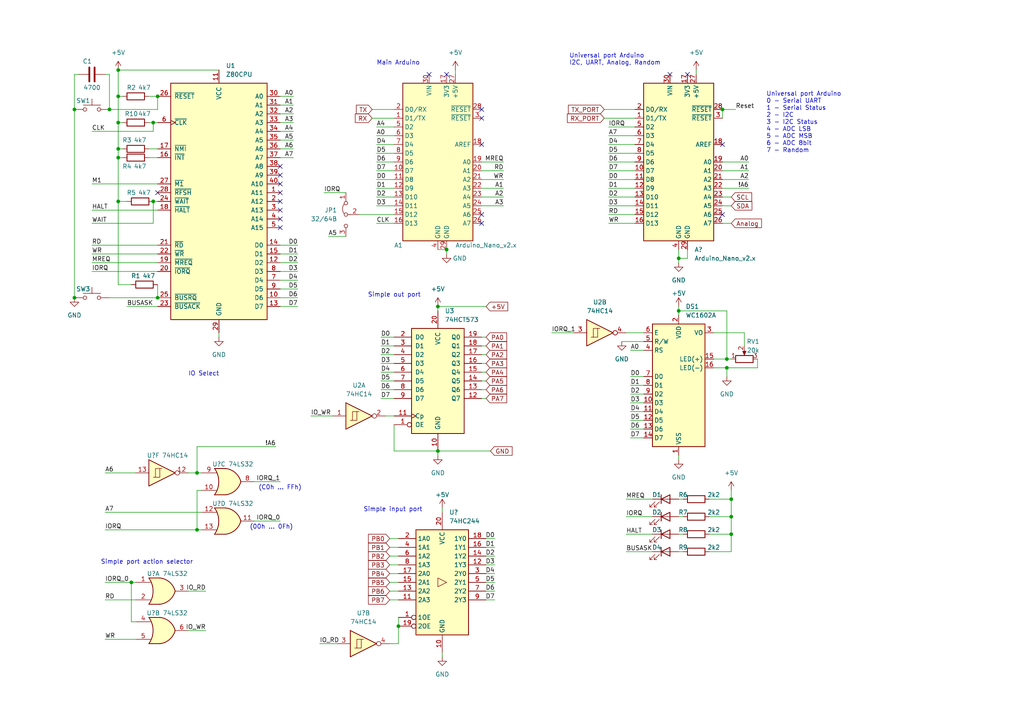
<source format=kicad_sch>
(kicad_sch (version 20211123) (generator eeschema)
  (paper "A4")
  (title_block (title "Z80 Arduino Minimal 32/64 B"))
  (lib_symbols
    (symbol "74xx:74HC14" (pin_names (offset 1.016))
      (property "Reference" "U" (at 0 1.27 0))
      (property "Value" "74HC14" (at 0 -1.27 0))
      (symbol "74HC14_1_0"
        (pin input line (at -7.62 0 0) (length 3.81) (name "~") (number "1"))
        (pin output inverted (at 7.62 0 180) (length 3.81) (name "~") (number "2"))
      )
      (symbol "74HC14_2_0"
        (pin input line (at -7.62 0 0) (length 3.81) (name "~") (number "3"))
        (pin output inverted (at 7.62 0 180) (length 3.81) (name "~") (number "4"))
      )
      (symbol "74HC14_3_0"
        (pin input line (at -7.62 0 0) (length 3.81) (name "~") (number "5"))
        (pin output inverted (at 7.62 0 180) (length 3.81) (name "~") (number "6"))
      )
      (symbol "74HC14_4_0"
        (pin output inverted (at 7.62 0 180) (length 3.81) (name "~") (number "8"))
        (pin input line (at -7.62 0 0) (length 3.81) (name "~") (number "9"))
      )
      (symbol "74HC14_5_0"
        (pin output inverted (at 7.62 0 180) (length 3.81) (name "~") (number "10"))
        (pin input line (at -7.62 0 0) (length 3.81) (name "~") (number "11"))
      )
      (symbol "74HC14_6_0"
        (pin output inverted (at 7.62 0 180) (length 3.81) (name "~") (number "12"))
        (pin input line (at -7.62 0 0) (length 3.81) (name "~") (number "13"))
      )
      (symbol "74HC14_7_0"
        (pin power_in line (at 0 12.7 270) (length 5.08) (name "VCC") (number "14"))
        (pin power_in line (at 0 -12.7 90) (length 5.08) (name "GND") (number "7"))
      )
    )
    (symbol "74xx:74HC244"
      (property "Reference" "U" (at -7.62 16.51 0))
      (property "Value" "74HC244" (at -7.62 -16.51 0))
      (symbol "74HC244_1_0"
        (pin input inverted (at -12.7 -10.16 0) (length 5.08) (name "1OE") (number "1"))
        (pin power_in line (at 0 -20.32 90) (length 5.08) (name "GND") (number "10"))
        (pin input line (at -12.7 -5.08 0) (length 5.08) (name "2A3") (number "11"))
        (pin tri_state line (at 12.7 5.08 180) (length 5.08) (name "1Y3") (number "12"))
        (pin input line (at -12.7 -2.54 0) (length 5.08) (name "2A2") (number "13"))
        (pin tri_state line (at 12.7 7.62 180) (length 5.08) (name "1Y2") (number "14"))
        (pin input line (at -12.7 0 0) (length 5.08) (name "2A1") (number "15"))
        (pin tri_state line (at 12.7 10.16 180) (length 5.08) (name "1Y1") (number "16"))
        (pin input line (at -12.7 2.54 0) (length 5.08) (name "2A0") (number "17"))
        (pin tri_state line (at 12.7 12.7 180) (length 5.08) (name "1Y0") (number "18"))
        (pin input inverted (at -12.7 -12.7 0) (length 5.08) (name "2OE") (number "19"))
        (pin input line (at -12.7 12.7 0) (length 5.08) (name "1A0") (number "2"))
        (pin power_in line (at 0 20.32 270) (length 5.08) (name "VCC") (number "20"))
        (pin tri_state line (at 12.7 2.54 180) (length 5.08) (name "2Y0") (number "3"))
        (pin input line (at -12.7 10.16 0) (length 5.08) (name "1A1") (number "4"))
        (pin tri_state line (at 12.7 0 180) (length 5.08) (name "2Y1") (number "5"))
        (pin input line (at -12.7 7.62 0) (length 5.08) (name "1A2") (number "6"))
        (pin tri_state line (at 12.7 -2.54 180) (length 5.08) (name "2Y2") (number "7"))
        (pin input line (at -12.7 5.08 0) (length 5.08) (name "1A3") (number "8"))
        (pin tri_state line (at 12.7 -5.08 180) (length 5.08) (name "2Y3") (number "9"))
      )
    )
    (symbol "74xx:74HCT574" (pin_names (offset 1.016))
      (property "Reference" "U" (at -7.62 16.51 0))
      (property "Value" "74HCT574" (at -7.62 -16.51 0))
      (symbol "74HCT574_1_0"
        (pin input inverted (at -12.7 -12.7 0) (length 5.08) (name "OE") (number "1"))
        (pin power_in line (at 0 -20.32 90) (length 5.08) (name "GND") (number "10"))
        (pin input clock (at -12.7 -10.16 0) (length 5.08) (name "Cp") (number "11"))
        (pin tri_state line (at 12.7 -5.08 180) (length 5.08) (name "Q7") (number "12"))
        (pin tri_state line (at 12.7 -2.54 180) (length 5.08) (name "Q6") (number "13"))
        (pin tri_state line (at 12.7 0 180) (length 5.08) (name "Q5") (number "14"))
        (pin tri_state line (at 12.7 2.54 180) (length 5.08) (name "Q4") (number "15"))
        (pin tri_state line (at 12.7 5.08 180) (length 5.08) (name "Q3") (number "16"))
        (pin tri_state line (at 12.7 7.62 180) (length 5.08) (name "Q2") (number "17"))
        (pin tri_state line (at 12.7 10.16 180) (length 5.08) (name "Q1") (number "18"))
        (pin tri_state line (at 12.7 12.7 180) (length 5.08) (name "Q0") (number "19"))
        (pin input line (at -12.7 12.7 0) (length 5.08) (name "D0") (number "2"))
        (pin power_in line (at 0 20.32 270) (length 5.08) (name "VCC") (number "20"))
        (pin input line (at -12.7 10.16 0) (length 5.08) (name "D1") (number "3"))
        (pin input line (at -12.7 7.62 0) (length 5.08) (name "D2") (number "4"))
        (pin input line (at -12.7 5.08 0) (length 5.08) (name "D3") (number "5"))
        (pin input line (at -12.7 2.54 0) (length 5.08) (name "D4") (number "6"))
        (pin input line (at -12.7 0 0) (length 5.08) (name "D5") (number "7"))
        (pin input line (at -12.7 -2.54 0) (length 5.08) (name "D6") (number "8"))
        (pin input line (at -12.7 -5.08 0) (length 5.08) (name "D7") (number "9"))
      )
    )
    (symbol "74xx:74LS32" (pin_names (offset 1.016))
      (property "Reference" "U" (at 0 1.27 0))
      (property "Value" "74LS32" (at 0 -1.27 0))
      (symbol "74LS32_1_1"
        (pin input line (at -7.62 2.54 0) (length 4.318) (name "~") (number "1"))
        (pin input line (at -7.62 -2.54 0) (length 4.318) (name "~") (number "2"))
        (pin output line (at 7.62 0 180) (length 3.81) (name "~") (number "3"))
      )
      (symbol "74LS32_1_2"
        (pin input inverted (at -7.62 2.54 0) (length 3.81) (name "~") (number "1"))
        (pin input inverted (at -7.62 -2.54 0) (length 3.81) (name "~") (number "2"))
        (pin output inverted (at 7.62 0 180) (length 3.81) (name "~") (number "3"))
      )
      (symbol "74LS32_2_1"
        (pin input line (at -7.62 2.54 0) (length 4.318) (name "~") (number "4"))
        (pin input line (at -7.62 -2.54 0) (length 4.318) (name "~") (number "5"))
        (pin output line (at 7.62 0 180) (length 3.81) (name "~") (number "6"))
      )
      (symbol "74LS32_2_2"
        (pin input inverted (at -7.62 2.54 0) (length 3.81) (name "~") (number "4"))
        (pin input inverted (at -7.62 -2.54 0) (length 3.81) (name "~") (number "5"))
        (pin output inverted (at 7.62 0 180) (length 3.81) (name "~") (number "6"))
      )
      (symbol "74LS32_3_1"
        (pin input line (at -7.62 -2.54 0) (length 4.318) (name "~") (number "10"))
        (pin output line (at 7.62 0 180) (length 3.81) (name "~") (number "8"))
        (pin input line (at -7.62 2.54 0) (length 4.318) (name "~") (number "9"))
      )
      (symbol "74LS32_3_2"
        (pin input inverted (at -7.62 -2.54 0) (length 3.81) (name "~") (number "10"))
        (pin output inverted (at 7.62 0 180) (length 3.81) (name "~") (number "8"))
        (pin input inverted (at -7.62 2.54 0) (length 3.81) (name "~") (number "9"))
      )
      (symbol "74LS32_4_1"
        (pin output line (at 7.62 0 180) (length 3.81) (name "~") (number "11"))
        (pin input line (at -7.62 2.54 0) (length 4.318) (name "~") (number "12"))
        (pin input line (at -7.62 -2.54 0) (length 4.318) (name "~") (number "13"))
      )
      (symbol "74LS32_4_2"
        (pin output inverted (at 7.62 0 180) (length 3.81) (name "~") (number "11"))
        (pin input inverted (at -7.62 2.54 0) (length 3.81) (name "~") (number "12"))
        (pin input inverted (at -7.62 -2.54 0) (length 3.81) (name "~") (number "13"))
      )
      (symbol "74LS32_5_0"
        (pin power_in line (at 0 12.7 270) (length 5.08) (name "VCC") (number "14"))
        (pin power_in line (at 0 -12.7 90) (length 5.08) (name "GND") (number "7"))
      )
    )
    (symbol "CPU:Z80CPU" (pin_names (offset 1.016))
      (property "Reference" "U" (at -13.97 35.56 0))
      (property "Value" "Z80CPU" (at 6.35 35.56 0))
      (symbol "Z80CPU_1_1"
        (pin output line (at 17.78 2.54 180) (length 3.81) (name "A11") (number "1"))
        (pin bidirectional line (at 17.78 -27.94 180) (length 3.81) (name "D6") (number "10"))
        (pin power_in line (at 0 38.1 270) (length 3.81) (name "VCC") (number "11"))
        (pin bidirectional line (at 17.78 -17.78 180) (length 3.81) (name "D2") (number "12"))
        (pin bidirectional line (at 17.78 -30.48 180) (length 3.81) (name "D7") (number "13"))
        (pin bidirectional line (at 17.78 -12.7 180) (length 3.81) (name "D0") (number "14"))
        (pin bidirectional line (at 17.78 -15.24 180) (length 3.81) (name "D1") (number "15"))
        (pin input line (at -17.78 12.7 0) (length 3.81) (name "~{INT}") (number "16"))
        (pin input line (at -17.78 15.24 0) (length 3.81) (name "~{NMI}") (number "17"))
        (pin output line (at -17.78 -2.54 0) (length 3.81) (name "~{HALT}") (number "18"))
        (pin output line (at -17.78 -17.78 0) (length 3.81) (name "~{MREQ}") (number "19"))
        (pin output line (at 17.78 0 180) (length 3.81) (name "A12") (number "2"))
        (pin output line (at -17.78 -20.32 0) (length 3.81) (name "~{IORQ}") (number "20"))
        (pin output line (at -17.78 -12.7 0) (length 3.81) (name "~{RD}") (number "21"))
        (pin output line (at -17.78 -15.24 0) (length 3.81) (name "~{WR}") (number "22"))
        (pin output line (at -17.78 -30.48 0) (length 3.81) (name "~{BUSACK}") (number "23"))
        (pin input line (at -17.78 0 0) (length 3.81) (name "~{WAIT}") (number "24"))
        (pin input line (at -17.78 -27.94 0) (length 3.81) (name "~{BUSRQ}") (number "25"))
        (pin input line (at -17.78 30.48 0) (length 3.81) (name "~{RESET}") (number "26"))
        (pin output line (at -17.78 5.08 0) (length 3.81) (name "~{M1}") (number "27"))
        (pin output line (at -17.78 2.54 0) (length 3.81) (name "~{RFSH}") (number "28"))
        (pin power_in line (at 0 -38.1 90) (length 3.81) (name "GND") (number "29"))
        (pin output line (at 17.78 -2.54 180) (length 3.81) (name "A13") (number "3"))
        (pin output line (at 17.78 30.48 180) (length 3.81) (name "A0") (number "30"))
        (pin output line (at 17.78 27.94 180) (length 3.81) (name "A1") (number "31"))
        (pin output line (at 17.78 25.4 180) (length 3.81) (name "A2") (number "32"))
        (pin output line (at 17.78 22.86 180) (length 3.81) (name "A3") (number "33"))
        (pin output line (at 17.78 20.32 180) (length 3.81) (name "A4") (number "34"))
        (pin output line (at 17.78 17.78 180) (length 3.81) (name "A5") (number "35"))
        (pin output line (at 17.78 15.24 180) (length 3.81) (name "A6") (number "36"))
        (pin output line (at 17.78 12.7 180) (length 3.81) (name "A7") (number "37"))
        (pin output line (at 17.78 10.16 180) (length 3.81) (name "A8") (number "38"))
        (pin output line (at 17.78 7.62 180) (length 3.81) (name "A9") (number "39"))
        (pin output line (at 17.78 -5.08 180) (length 3.81) (name "A14") (number "4"))
        (pin output line (at 17.78 5.08 180) (length 3.81) (name "A10") (number "40"))
        (pin output line (at 17.78 -7.62 180) (length 3.81) (name "A15") (number "5"))
        (pin input clock (at -17.78 22.86 0) (length 3.81) (name "~{CLK}") (number "6"))
        (pin bidirectional line (at 17.78 -22.86 180) (length 3.81) (name "D4") (number "7"))
        (pin bidirectional line (at 17.78 -20.32 180) (length 3.81) (name "D3") (number "8"))
        (pin bidirectional line (at 17.78 -25.4 180) (length 3.81) (name "D5") (number "9"))
      )
    )
    (symbol "Device:C" (pin_numbers hide) (pin_names (offset 0.254))
      (property "Reference" "C" (at 0.635 2.54 0))
      (property "Value" "C" (at 0.635 -2.54 0))
      (symbol "C_1_1"
        (pin passive line (at 0 3.81 270) (length 2.794) (name "~") (number "1"))
        (pin passive line (at 0 -3.81 90) (length 2.794) (name "~") (number "2"))
      )
    )
    (symbol "Device:LED" (pin_numbers hide) (pin_names (offset 1.016) hide)
      (property "Reference" "D" (at 0 2.54 0))
      (property "Value" "LED" (at 0 -2.54 0))
      (symbol "LED_1_1"
        (pin passive line (at -3.81 0 0) (length 2.54) (name "K") (number "1"))
        (pin passive line (at 3.81 0 180) (length 2.54) (name "A") (number "2"))
      )
    )
    (symbol "Device:R" (pin_numbers hide) (pin_names (offset 0))
      (property "Reference" "R" (at 2.032 0 90))
      (property "Value" "R" (at 0 0 90))
      (symbol "R_1_1"
        (pin passive line (at 0 3.81 270) (length 1.27) (name "~") (number "1"))
        (pin passive line (at 0 -3.81 90) (length 1.27) (name "~") (number "2"))
      )
    )
    (symbol "Device:R_Potentiometer" (pin_names (offset 1.016) hide)
      (property "Reference" "RV" (at -4.445 0 90))
      (property "Value" "R_Potentiometer" (at -2.54 0 90))
      (symbol "R_Potentiometer_1_1"
        (pin passive line (at 0 3.81 270) (length 1.27) (name "1") (number "1"))
        (pin passive line (at 3.81 0 180) (length 1.27) (name "2") (number "2"))
        (pin passive line (at 0 -3.81 90) (length 1.27) (name "3") (number "3"))
      )
    )
    (symbol "Display_Character:WC1602A"
      (property "Reference" "DS" (at -5.842 19.05 0))
      (property "Value" "WC1602A" (at 5.334 19.05 0))
      (symbol "WC1602A_1_1"
        (pin power_in line (at 0 -20.32 90) (length 2.54) (name "VSS") (number "1"))
        (pin input line (at -10.16 -5.08 0) (length 2.54) (name "D3") (number "10"))
        (pin input line (at -10.16 -7.62 0) (length 2.54) (name "D4") (number "11"))
        (pin input line (at -10.16 -10.16 0) (length 2.54) (name "D5") (number "12"))
        (pin input line (at -10.16 -12.7 0) (length 2.54) (name "D6") (number "13"))
        (pin input line (at -10.16 -15.24 0) (length 2.54) (name "D7") (number "14"))
        (pin power_in line (at 10.16 7.62 180) (length 2.54) (name "LED(+)") (number "15"))
        (pin power_in line (at 10.16 5.08 180) (length 2.54) (name "LED(-)") (number "16"))
        (pin power_in line (at 0 20.32 270) (length 2.54) (name "VDD") (number "2"))
        (pin input line (at 10.16 15.24 180) (length 2.54) (name "VO") (number "3"))
        (pin input line (at -10.16 10.16 0) (length 2.54) (name "RS") (number "4"))
        (pin input line (at -10.16 12.7 0) (length 2.54) (name "R/W") (number "5"))
        (pin input line (at -10.16 15.24 0) (length 2.54) (name "E") (number "6"))
        (pin input line (at -10.16 2.54 0) (length 2.54) (name "D0") (number "7"))
        (pin input line (at -10.16 0 0) (length 2.54) (name "D1") (number "8"))
        (pin input line (at -10.16 -2.54 0) (length 2.54) (name "D2") (number "9"))
      )
    )
    (symbol "Jumper:Jumper_3_Bridged12" (pin_names (offset 0) hide)
      (property "Reference" "JP" (at -2.54 -2.54 0))
      (property "Value" "Jumper_3_Bridged12" (at 0 2.794 0))
      (symbol "Jumper_3_Bridged12_1_1"
        (pin passive line (at -6.35 0 0) (length 2.54) (name "A") (number "1"))
        (pin passive line (at 0 -3.81 90) (length 2.54) (name "C") (number "2"))
        (pin passive line (at 6.35 0 180) (length 2.54) (name "B") (number "3"))
      )
    )
    (symbol "MCU_Module:Arduino_Nano_v2.x"
      (property "Reference" "A" (at -10.16 23.495 0))
      (property "Value" "Arduino_Nano_v2.x" (at 5.08 -24.13 0))
      (symbol "Arduino_Nano_v2.x_1_1"
        (pin bidirectional line (at -12.7 12.7 0) (length 2.54) (name "D1/TX") (number "1"))
        (pin bidirectional line (at -12.7 -2.54 0) (length 2.54) (name "D7") (number "10"))
        (pin bidirectional line (at -12.7 -5.08 0) (length 2.54) (name "D8") (number "11"))
        (pin bidirectional line (at -12.7 -7.62 0) (length 2.54) (name "D9") (number "12"))
        (pin bidirectional line (at -12.7 -10.16 0) (length 2.54) (name "D10") (number "13"))
        (pin bidirectional line (at -12.7 -12.7 0) (length 2.54) (name "D11") (number "14"))
        (pin bidirectional line (at -12.7 -15.24 0) (length 2.54) (name "D12") (number "15"))
        (pin bidirectional line (at -12.7 -17.78 0) (length 2.54) (name "D13") (number "16"))
        (pin power_out line (at 2.54 25.4 270) (length 2.54) (name "3V3") (number "17"))
        (pin input line (at 12.7 5.08 180) (length 2.54) (name "AREF") (number "18"))
        (pin bidirectional line (at 12.7 0 180) (length 2.54) (name "A0") (number "19"))
        (pin bidirectional line (at -12.7 15.24 0) (length 2.54) (name "D0/RX") (number "2"))
        (pin bidirectional line (at 12.7 -2.54 180) (length 2.54) (name "A1") (number "20"))
        (pin bidirectional line (at 12.7 -5.08 180) (length 2.54) (name "A2") (number "21"))
        (pin bidirectional line (at 12.7 -7.62 180) (length 2.54) (name "A3") (number "22"))
        (pin bidirectional line (at 12.7 -10.16 180) (length 2.54) (name "A4") (number "23"))
        (pin bidirectional line (at 12.7 -12.7 180) (length 2.54) (name "A5") (number "24"))
        (pin bidirectional line (at 12.7 -15.24 180) (length 2.54) (name "A6") (number "25"))
        (pin bidirectional line (at 12.7 -17.78 180) (length 2.54) (name "A7") (number "26"))
        (pin power_out line (at 5.08 25.4 270) (length 2.54) (name "+5V") (number "27"))
        (pin input line (at 12.7 15.24 180) (length 2.54) (name "~{RESET}") (number "28"))
        (pin power_in line (at 2.54 -25.4 90) (length 2.54) (name "GND") (number "29"))
        (pin input line (at 12.7 12.7 180) (length 2.54) (name "~{RESET}") (number "3"))
        (pin power_in line (at -2.54 25.4 270) (length 2.54) (name "VIN") (number "30"))
        (pin power_in line (at 0 -25.4 90) (length 2.54) (name "GND") (number "4"))
        (pin bidirectional line (at -12.7 10.16 0) (length 2.54) (name "D2") (number "5"))
        (pin bidirectional line (at -12.7 7.62 0) (length 2.54) (name "D3") (number "6"))
        (pin bidirectional line (at -12.7 5.08 0) (length 2.54) (name "D4") (number "7"))
        (pin bidirectional line (at -12.7 2.54 0) (length 2.54) (name "D5") (number "8"))
        (pin bidirectional line (at -12.7 0 0) (length 2.54) (name "D6") (number "9"))
      )
    )
    (symbol "Switch:SW_Push" (pin_numbers hide) (pin_names (offset 1.016) hide)
      (property "Reference" "SW" (at 1.27 2.54 0))
      (property "Value" "SW_Push" (at 0 -1.524 0))
      (symbol "SW_Push_0_1"
        (pin passive line (at -5.08 0 0) (length 2.54) (name "1") (number "1"))
        (pin passive line (at 5.08 0 180) (length 2.54) (name "2") (number "2"))
      )
    )
    (symbol "power:+5V" (power) (pin_names (offset 0))
      (property "Value" "+5V" (at 0 3.556 0))
      (symbol "+5V_1_1"
        (pin power_in line (at 0 0 90) (length 0) hide (name "+5V") (number "1"))
      )
    )
    (symbol "power:GND" (power) (pin_names (offset 0))
      (property "Value" "GND" (at 0 -3.81 0))
      (symbol "GND_1_1"
        (pin power_in line (at 0 0 270) (length 0) hide (name "GND") (number "1"))
      )
    )
  )
  (junction (at 212.09 149.86))
  (junction (at 34.29 58.42))
  (junction (at 212.09 144.78))
  (junction (at 45.72 86.36))
  (junction (at 209.55 31.75))
  (junction (at 115.57 181.61))
  (junction (at 196.85 90.17))
  (junction (at 210.82 104.14))
  (junction (at 127 130.81))
  (junction (at 21.59 31.75))
  (junction (at 57.15 137.16))
  (junction (at 44.45 58.42))
  (junction (at 31.75 31.75))
  (junction (at 210.82 106.68))
  (junction (at 21.59 86.36))
  (junction (at 127 88.9))
  (junction (at 45.72 27.94))
  (junction (at 34.29 43.18))
  (junction (at 196.85 74.93))
  (junction (at 34.29 45.72))
  (junction (at 129.54 72.39))
  (junction (at 34.29 35.56))
  (junction (at 34.29 20.32))
  (junction (at 44.45 35.56))
  (junction (at 34.29 27.94))
  (junction (at 212.09 154.94))
  (junction (at 38.1 168.91))
  (junction (at 57.15 153.67))
  (no_connect (at 209.55 41.91))
  (no_connect (at 199.39 21.59))
  (no_connect (at 194.31 21.59))
  (no_connect (at 124.46 21.59))
  (no_connect (at 129.54 21.59))
  (no_connect (at 139.7 41.91))
  (no_connect (at 209.55 62.23))
  (no_connect (at 139.7 62.23))
  (no_connect (at 139.7 31.75))
  (no_connect (at 139.7 34.29))
  (no_connect (at 139.7 64.77))
  (no_connect (at 81.28 48.26))
  (no_connect (at 81.28 50.8))
  (no_connect (at 45.72 55.88))
  (no_connect (at 81.28 55.88))
  (no_connect (at 81.28 58.42))
  (no_connect (at 81.28 60.96))
  (no_connect (at 81.28 63.5))
  (no_connect (at 81.28 66.04))
  (no_connect (at 81.28 53.34))
  (wire (pts (xy 57.15 129.54) (xy 57.15 137.16)))
  (wire (pts (xy 212.09 160.02) (xy 205.74 160.02)))
  (wire (pts (xy 176.53 64.77) (xy 184.15 64.77)))
  (wire (pts (xy 132.08 20.32) (xy 132.08 21.59)))
  (wire (pts (xy 140.97 163.83) (xy 143.51 163.83)))
  (wire (pts (xy 196.85 74.93) (xy 196.85 76.2)))
  (wire (pts (xy 30.48 185.42) (xy 39.37 185.42)))
  (wire (pts (xy 81.28 86.36) (xy 86.36 86.36)))
  (wire (pts (xy 57.15 153.67) (xy 58.42 153.67)))
  (wire (pts (xy 139.7 49.53) (xy 146.05 49.53)))
  (wire (pts (xy 26.67 60.96) (xy 45.72 60.96)))
  (wire (pts (xy 54.61 182.88) (xy 59.69 182.88)))
  (wire (pts (xy 139.7 46.99) (xy 146.05 46.99)))
  (wire (pts (xy 140.97 156.21) (xy 143.51 156.21)))
  (wire (pts (xy 57.15 142.24) (xy 57.15 153.67)))
  (wire (pts (xy 26.67 73.66) (xy 45.72 73.66)))
  (wire (pts (xy 199.39 72.39) (xy 199.39 74.93)))
  (wire (pts (xy 109.22 41.91) (xy 114.3 41.91)))
  (wire (pts (xy 54.61 137.16) (xy 57.15 137.16)))
  (wire (pts (xy 139.7 54.61) (xy 146.05 54.61)))
  (wire (pts (xy 180.34 99.06) (xy 186.69 99.06)))
  (wire (pts (xy 36.83 58.42) (xy 34.29 58.42)))
  (wire (pts (xy 107.95 31.75) (xy 114.3 31.75)))
  (wire (pts (xy 31.75 86.36) (xy 45.72 86.36)))
  (wire (pts (xy 44.45 58.42) (xy 45.72 58.42)))
  (wire (pts (xy 175.26 31.75) (xy 184.15 31.75)))
  (wire (pts (xy 109.22 59.69) (xy 114.3 59.69)))
  (wire (pts (xy 115.57 181.61) (xy 115.57 186.69)))
  (wire (pts (xy 104.14 62.23) (xy 114.3 62.23)))
  (wire (pts (xy 34.29 43.18) (xy 34.29 35.56)))
  (wire (pts (xy 196.85 149.86) (xy 198.12 149.86)))
  (wire (pts (xy 38.1 180.34) (xy 39.37 180.34)))
  (wire (pts (xy 196.85 72.39) (xy 196.85 74.93)))
  (wire (pts (xy 57.15 142.24) (xy 58.42 142.24)))
  (wire (pts (xy 35.56 43.18) (xy 34.29 43.18)))
  (wire (pts (xy 36.83 88.9) (xy 45.72 88.9)))
  (wire (pts (xy 34.29 35.56) (xy 34.29 27.94)))
  (wire (pts (xy 26.67 78.74) (xy 45.72 78.74)))
  (wire (pts (xy 110.49 100.33) (xy 114.3 100.33)))
  (wire (pts (xy 176.53 46.99) (xy 184.15 46.99)))
  (wire (pts (xy 140.97 171.45) (xy 143.51 171.45)))
  (wire (pts (xy 129.54 72.39) (xy 129.54 73.66)))
  (wire (pts (xy 139.7 57.15) (xy 146.05 57.15)))
  (wire (pts (xy 81.28 78.74) (xy 86.36 78.74)))
  (wire (pts (xy 26.67 53.34) (xy 45.72 53.34)))
  (wire (pts (xy 81.28 71.12) (xy 86.36 71.12)))
  (wire (pts (xy 30.48 137.16) (xy 39.37 137.16)))
  (wire (pts (xy 212.09 144.78) (xy 205.74 144.78)))
  (wire (pts (xy 210.82 104.14) (xy 212.09 104.14)))
  (wire (pts (xy 110.49 115.57) (xy 114.3 115.57)))
  (wire (pts (xy 26.67 64.77) (xy 44.45 64.77)))
  (wire (pts (xy 212.09 154.94) (xy 212.09 160.02)))
  (wire (pts (xy 210.82 90.17) (xy 210.82 104.14)))
  (wire (pts (xy 209.55 46.99) (xy 217.17 46.99)))
  (wire (pts (xy 196.85 144.78) (xy 198.12 144.78)))
  (wire (pts (xy 110.49 105.41) (xy 114.3 105.41)))
  (wire (pts (xy 26.67 76.2) (xy 45.72 76.2)))
  (wire (pts (xy 176.53 36.83) (xy 184.15 36.83)))
  (wire (pts (xy 110.49 107.95) (xy 114.3 107.95)))
  (wire (pts (xy 38.1 168.91) (xy 38.1 180.34)))
  (wire (pts (xy 139.7 107.95) (xy 140.97 107.95)))
  (wire (pts (xy 43.18 45.72) (xy 45.72 45.72)))
  (wire (pts (xy 205.74 154.94) (xy 212.09 154.94)))
  (wire (pts (xy 115.57 179.07) (xy 115.57 181.61)))
  (wire (pts (xy 140.97 166.37) (xy 143.51 166.37)))
  (wire (pts (xy 139.7 102.87) (xy 140.97 102.87)))
  (wire (pts (xy 210.82 106.68) (xy 210.82 109.22)))
  (wire (pts (xy 35.56 27.94) (xy 34.29 27.94)))
  (wire (pts (xy 30.48 148.59) (xy 58.42 148.59)))
  (wire (pts (xy 209.55 31.75) (xy 213.36 31.75)))
  (wire (pts (xy 110.49 97.79) (xy 114.3 97.79)))
  (wire (pts (xy 113.03 166.37) (xy 115.57 166.37)))
  (wire (pts (xy 196.85 88.9) (xy 196.85 90.17)))
  (wire (pts (xy 207.01 104.14) (xy 210.82 104.14)))
  (wire (pts (xy 212.09 149.86) (xy 212.09 144.78)))
  (wire (pts (xy 109.22 54.61) (xy 114.3 54.61)))
  (wire (pts (xy 34.29 45.72) (xy 34.29 43.18)))
  (wire (pts (xy 140.97 173.99) (xy 143.51 173.99)))
  (wire (pts (xy 34.29 58.42) (xy 34.29 45.72)))
  (wire (pts (xy 182.88 111.76) (xy 186.69 111.76)))
  (wire (pts (xy 176.53 52.07) (xy 184.15 52.07)))
  (wire (pts (xy 219.71 106.68) (xy 219.71 104.14)))
  (wire (pts (xy 81.28 88.9) (xy 86.36 88.9)))
  (wire (pts (xy 196.85 90.17) (xy 210.82 90.17)))
  (wire (pts (xy 160.02 96.52) (xy 166.37 96.52)))
  (wire (pts (xy 63.5 96.52) (xy 63.5 97.79)))
  (wire (pts (xy 93.98 55.88) (xy 100.33 55.88)))
  (wire (pts (xy 109.22 64.77) (xy 114.3 64.77)))
  (wire (pts (xy 181.61 154.94) (xy 189.23 154.94)))
  (wire (pts (xy 209.55 49.53) (xy 217.17 49.53)))
  (wire (pts (xy 81.28 83.82) (xy 86.36 83.82)))
  (wire (pts (xy 81.28 40.64) (xy 85.09 40.64)))
  (wire (pts (xy 95.25 68.58) (xy 100.33 68.58)))
  (wire (pts (xy 81.28 35.56) (xy 85.09 35.56)))
  (wire (pts (xy 139.7 115.57) (xy 140.97 115.57)))
  (wire (pts (xy 43.18 27.94) (xy 45.72 27.94)))
  (wire (pts (xy 81.28 73.66) (xy 86.36 73.66)))
  (wire (pts (xy 109.22 49.53) (xy 114.3 49.53)))
  (wire (pts (xy 182.88 101.6) (xy 186.69 101.6)))
  (wire (pts (xy 109.22 57.15) (xy 114.3 57.15)))
  (wire (pts (xy 210.82 106.68) (xy 219.71 106.68)))
  (wire (pts (xy 209.55 57.15) (xy 212.09 57.15)))
  (wire (pts (xy 140.97 158.75) (xy 143.51 158.75)))
  (wire (pts (xy 35.56 45.72) (xy 34.29 45.72)))
  (wire (pts (xy 127 88.9) (xy 140.97 88.9)))
  (wire (pts (xy 182.88 114.3) (xy 186.69 114.3)))
  (wire (pts (xy 182.88 121.92) (xy 186.69 121.92)))
  (wire (pts (xy 209.55 31.75) (xy 209.55 34.29)))
  (wire (pts (xy 175.26 34.29) (xy 184.15 34.29)))
  (wire (pts (xy 81.28 38.1) (xy 85.09 38.1)))
  (wire (pts (xy 63.5 20.32) (xy 34.29 20.32)))
  (wire (pts (xy 31.75 21.59) (xy 31.75 31.75)))
  (wire (pts (xy 127 72.39) (xy 129.54 72.39)))
  (wire (pts (xy 182.88 119.38) (xy 186.69 119.38)))
  (wire (pts (xy 110.49 113.03) (xy 114.3 113.03)))
  (wire (pts (xy 176.53 57.15) (xy 184.15 57.15)))
  (wire (pts (xy 127 130.81) (xy 142.24 130.81)))
  (wire (pts (xy 113.03 158.75) (xy 115.57 158.75)))
  (wire (pts (xy 139.7 113.03) (xy 140.97 113.03)))
  (wire (pts (xy 140.97 161.29) (xy 143.51 161.29)))
  (wire (pts (xy 128.27 147.32) (xy 128.27 148.59)))
  (wire (pts (xy 54.61 171.45) (xy 59.69 171.45)))
  (wire (pts (xy 34.29 27.94) (xy 34.29 20.32)))
  (wire (pts (xy 73.66 151.13) (xy 81.28 151.13)))
  (wire (pts (xy 140.97 168.91) (xy 143.51 168.91)))
  (wire (pts (xy 176.53 49.53) (xy 184.15 49.53)))
  (wire (pts (xy 139.7 59.69) (xy 146.05 59.69)))
  (wire (pts (xy 43.18 43.18) (xy 45.72 43.18)))
  (wire (pts (xy 73.66 139.7) (xy 81.28 139.7)))
  (wire (pts (xy 176.53 54.61) (xy 184.15 54.61)))
  (wire (pts (xy 45.72 82.55) (xy 45.72 86.36)))
  (wire (pts (xy 128.27 189.23) (xy 128.27 190.5)))
  (wire (pts (xy 181.61 96.52) (xy 186.69 96.52)))
  (wire (pts (xy 205.74 149.86) (xy 212.09 149.86)))
  (wire (pts (xy 201.93 20.32) (xy 201.93 21.59)))
  (wire (pts (xy 176.53 59.69) (xy 184.15 59.69)))
  (wire (pts (xy 215.9 96.52) (xy 215.9 100.33)))
  (wire (pts (xy 31.75 31.75) (xy 45.72 31.75)))
  (wire (pts (xy 209.55 54.61) (xy 217.17 54.61)))
  (wire (pts (xy 113.03 173.99) (xy 115.57 173.99)))
  (wire (pts (xy 113.03 186.69) (xy 115.57 186.69)))
  (wire (pts (xy 196.85 154.94) (xy 198.12 154.94)))
  (wire (pts (xy 38.1 168.91) (xy 39.37 168.91)))
  (wire (pts (xy 113.03 161.29) (xy 115.57 161.29)))
  (wire (pts (xy 176.53 62.23) (xy 184.15 62.23)))
  (wire (pts (xy 81.28 76.2) (xy 86.36 76.2)))
  (wire (pts (xy 30.48 21.59) (xy 31.75 21.59)))
  (wire (pts (xy 139.7 110.49) (xy 140.97 110.49)))
  (wire (pts (xy 109.22 36.83) (xy 114.3 36.83)))
  (wire (pts (xy 81.28 81.28) (xy 86.36 81.28)))
  (wire (pts (xy 127 130.81) (xy 127 132.08)))
  (wire (pts (xy 30.48 168.91) (xy 38.1 168.91)))
  (wire (pts (xy 182.88 116.84) (xy 186.69 116.84)))
  (wire (pts (xy 209.55 59.69) (xy 212.09 59.69)))
  (wire (pts (xy 110.49 110.49) (xy 114.3 110.49)))
  (wire (pts (xy 44.45 35.56) (xy 45.72 35.56)))
  (wire (pts (xy 113.03 156.21) (xy 115.57 156.21)))
  (wire (pts (xy 81.28 27.94) (xy 85.09 27.94)))
  (wire (pts (xy 109.22 46.99) (xy 114.3 46.99)))
  (wire (pts (xy 109.22 44.45) (xy 114.3 44.45)))
  (wire (pts (xy 34.29 82.55) (xy 34.29 58.42)))
  (wire (pts (xy 80.01 129.54) (xy 57.15 129.54)))
  (wire (pts (xy 22.86 21.59) (xy 21.59 21.59)))
  (wire (pts (xy 207.01 96.52) (xy 215.9 96.52)))
  (wire (pts (xy 139.7 97.79) (xy 140.97 97.79)))
  (wire (pts (xy 209.55 52.07) (xy 217.17 52.07)))
  (wire (pts (xy 30.48 153.67) (xy 57.15 153.67)))
  (wire (pts (xy 81.28 30.48) (xy 85.09 30.48)))
  (wire (pts (xy 139.7 52.07) (xy 146.05 52.07)))
  (wire (pts (xy 114.3 130.81) (xy 127 130.81)))
  (wire (pts (xy 196.85 90.17) (xy 196.85 91.44)))
  (wire (pts (xy 182.88 124.46) (xy 186.69 124.46)))
  (wire (pts (xy 38.1 82.55) (xy 34.29 82.55)))
  (wire (pts (xy 181.61 160.02) (xy 189.23 160.02)))
  (wire (pts (xy 26.67 38.1) (xy 44.45 38.1)))
  (wire (pts (xy 113.03 168.91) (xy 115.57 168.91)))
  (wire (pts (xy 196.85 132.08) (xy 196.85 133.35)))
  (wire (pts (xy 139.7 100.33) (xy 140.97 100.33)))
  (wire (pts (xy 207.01 106.68) (xy 210.82 106.68)))
  (wire (pts (xy 109.22 52.07) (xy 114.3 52.07)))
  (wire (pts (xy 92.71 186.69) (xy 97.79 186.69)))
  (wire (pts (xy 176.53 39.37) (xy 184.15 39.37)))
  (wire (pts (xy 209.55 64.77) (xy 212.09 64.77)))
  (wire (pts (xy 176.53 41.91) (xy 184.15 41.91)))
  (wire (pts (xy 182.88 109.22) (xy 186.69 109.22)))
  (wire (pts (xy 212.09 142.24) (xy 212.09 144.78)))
  (wire (pts (xy 34.29 35.56) (xy 35.56 35.56)))
  (wire (pts (xy 139.7 105.41) (xy 140.97 105.41)))
  (wire (pts (xy 57.15 137.16) (xy 58.42 137.16)))
  (wire (pts (xy 114.3 123.19) (xy 114.3 130.81)))
  (wire (pts (xy 182.88 127) (xy 186.69 127)))
  (wire (pts (xy 44.45 64.77) (xy 44.45 58.42)))
  (wire (pts (xy 81.28 33.02) (xy 85.09 33.02)))
  (wire (pts (xy 181.61 149.86) (xy 189.23 149.86)))
  (wire (pts (xy 21.59 31.75) (xy 21.59 86.36)))
  (wire (pts (xy 26.67 71.12) (xy 45.72 71.12)))
  (wire (pts (xy 110.49 102.87) (xy 114.3 102.87)))
  (wire (pts (xy 196.85 160.02) (xy 198.12 160.02)))
  (wire (pts (xy 30.48 173.99) (xy 39.37 173.99)))
  (wire (pts (xy 109.22 39.37) (xy 114.3 39.37)))
  (wire (pts (xy 44.45 35.56) (xy 44.45 38.1)))
  (wire (pts (xy 176.53 44.45) (xy 184.15 44.45)))
  (wire (pts (xy 196.85 74.93) (xy 199.39 74.93)))
  (wire (pts (xy 107.95 34.29) (xy 114.3 34.29)))
  (wire (pts (xy 81.28 45.72) (xy 85.09 45.72)))
  (wire (pts (xy 81.28 43.18) (xy 85.09 43.18)))
  (wire (pts (xy 45.72 31.75) (xy 45.72 27.94)))
  (wire (pts (xy 90.17 120.65) (xy 96.52 120.65)))
  (wire (pts (xy 21.59 21.59) (xy 21.59 31.75)))
  (wire (pts (xy 127 88.9) (xy 127 90.17)))
  (wire (pts (xy 181.61 144.78) (xy 189.23 144.78)))
  (wire (pts (xy 113.03 171.45) (xy 115.57 171.45)))
  (wire (pts (xy 113.03 163.83) (xy 115.57 163.83)))
  (wire (pts (xy 212.09 154.94) (xy 212.09 149.86)))
  (wire (pts (xy 111.76 120.65) (xy 114.3 120.65)))
  (wire (pts (xy 43.18 35.56) (xy 44.45 35.56)))
  (text "Simple input port" (at 105.41 148.59 0) (effects (font (size 1.27 1.27)) (justify left bottom)))
  (text "(00h ... 0Fh)" (at 72.39 153.67 0) (effects (font (size 1.27 1.27)) (justify left bottom)))
  (text "(C0h ... FFh)" (at 74.93 142.24 0) (effects (font (size 1.27 1.27)) (justify left bottom)))
  (text "Universal port Arduino\nI2C, UART, Analog, Random\n" (at 165.1 19.05 0) (effects (font (size 1.27 1.27)) (justify left bottom)))
  (text "Simple out port" (at 106.68 86.36 0) (effects (font (size 1.27 1.27)) (justify left bottom)))
  (text "Universal port Arduino\n0 - Serial UART\n1 - Serial Status\n2 - I2C\n3 - I2C Status\n4 - ADC LSB\n5 - ADC MSB\n6 - ADC 8bit\n7 - Random\n" (at 222.25 44.45 0) (effects (font (size 1.27 1.27)) (justify left bottom)))
  (text "Simple port action selector" (at 29.21 163.83 0) (effects (font (size 1.27 1.27)) (justify left bottom)))
  (text "IO Select" (at 54.61 109.22 0) (effects (font (size 1.27 1.27)) (justify left bottom)))
  (text "Main Arduino" (at 109.22 19.05 0) (effects (font (size 1.27 1.27)) (justify left bottom)))
  (label "RD" (at 26.67 71.12 0))
  (label "BUSASK" (at 36.83 88.9 0))
  (label "A2" (at 146.05 57.15 180))
  (label "D0" (at 176.53 52.07 0))
  (label "BUSASK" (at 181.61 160.02 0))
  (label "D7" (at 86.36 88.9 180))
  (label "D4" (at 143.51 166.37 180))
  (label "A3" (at 146.05 59.69 180))
  (label "MREQ" (at 146.05 46.99 180))
  (label "A7" (at 176.53 39.37 0))
  (label "D3" (at 110.49 105.41 0))
  (label "D0" (at 182.88 109.22 0))
  (label "D4" (at 176.53 41.91 0))
  (label "Reset" (at 213.36 31.75 0))
  (label "A5" (at 85.09 40.64 180))
  (label "D2" (at 143.51 161.29 180))
  (label "D5" (at 109.22 44.45 0))
  (label "IORQ" (at 30.48 153.67 0))
  (label "D6" (at 86.36 86.36 180))
  (label "D4" (at 182.88 119.38 0))
  (label "D7" (at 109.22 49.53 0))
  (label "A7" (at 30.48 148.59 0))
  (label "IO_RD" (at 92.71 186.69 0))
  (label "A3" (at 85.09 35.56 180))
  (label "CLK" (at 26.67 38.1 0))
  (label "IORQ_1" (at 81.28 139.7 180))
  (label "D4" (at 110.49 107.95 0))
  (label "D0" (at 109.22 52.07 0))
  (label "D5" (at 176.53 44.45 0))
  (label "A4" (at 109.22 36.83 0))
  (label "A2" (at 217.17 52.07 180))
  (label "RD" (at 30.48 173.99 0))
  (label "M1" (at 26.67 53.34 0))
  (label "!A6" (at 217.17 54.61 180))
  (label "D1" (at 86.36 73.66 180))
  (label "WR" (at 176.53 64.77 0))
  (label "D1" (at 109.22 54.61 0))
  (label "RD" (at 176.53 62.23 0))
  (label "IORQ" (at 93.98 55.88 0))
  (label "A6" (at 30.48 137.16 0))
  (label "D4" (at 86.36 81.28 180))
  (label "D5" (at 86.36 83.82 180))
  (label "A6" (at 85.09 43.18 180))
  (label "IO_WR" (at 59.69 182.88 180))
  (label "D2" (at 109.22 57.15 0))
  (label "D7" (at 176.53 49.53 0))
  (label "WAIT" (at 26.67 64.77 0))
  (label "RD" (at 146.05 49.53 180))
  (label "A0" (at 85.09 27.94 180))
  (label "D0" (at 86.36 71.12 180))
  (label "HALT" (at 181.61 154.94 0))
  (label "D3" (at 176.53 59.69 0))
  (label "A1" (at 85.09 30.48 180))
  (label "D1" (at 143.51 158.75 180))
  (label "D6" (at 182.88 124.46 0))
  (label "!A6" (at 80.01 129.54 180))
  (label "D5" (at 143.51 168.91 180))
  (label "IORQ" (at 176.53 36.83 0))
  (label "D3" (at 182.88 116.84 0))
  (label "D2" (at 86.36 76.2 180))
  (label "D1" (at 176.53 54.61 0))
  (label "D5" (at 182.88 121.92 0))
  (label "D7" (at 110.49 115.57 0))
  (label "D7" (at 143.51 173.99 180))
  (label "IORQ" (at 26.67 78.74 0))
  (label "WR" (at 26.67 73.66 0))
  (label "D0" (at 110.49 97.79 0))
  (label "D1" (at 110.49 100.33 0))
  (label "D6" (at 176.53 46.99 0))
  (label "D6" (at 109.22 46.99 0))
  (label "A5" (at 95.25 68.58 0))
  (label "IO_RD" (at 59.69 171.45 180))
  (label "D2" (at 176.53 57.15 0))
  (label "A1" (at 217.17 49.53 180))
  (label "D4" (at 109.22 41.91 0))
  (label "D7" (at 182.88 127 0))
  (label "D3" (at 143.51 163.83 180))
  (label "D6" (at 143.51 171.45 180))
  (label "D6" (at 110.49 113.03 0))
  (label "IORQ_0" (at 81.28 151.13 180))
  (label "A7" (at 85.09 45.72 180))
  (label "IORQ" (at 181.61 149.86 0))
  (label "A4" (at 85.09 38.1 180))
  (label "IORQ_0" (at 30.48 168.91 0))
  (label "D3" (at 109.22 59.69 0))
  (label "D1" (at 182.88 111.76 0))
  (label "D3" (at 86.36 78.74 180))
  (label "IORQ_1" (at 160.02 96.52 0))
  (label "IO_WR" (at 90.17 120.65 0))
  (label "MREQ" (at 181.61 144.78 0))
  (label "D5" (at 110.49 110.49 0))
  (label "CLK" (at 109.22 64.77 0))
  (label "HALT" (at 26.67 60.96 0))
  (label "A0" (at 182.88 101.6 0))
  (label "D0" (at 143.51 156.21 180))
  (label "A1" (at 146.05 54.61 180))
  (label "MREQ" (at 26.67 76.2 0))
  (label "A0" (at 109.22 39.37 0))
  (label "A2" (at 85.09 33.02 180))
  (label "WR" (at 30.48 185.42 0))
  (label "A0" (at 217.17 46.99 180))
  (label "WR" (at 146.05 52.07 180))
  (label "D2" (at 182.88 114.3 0))
  (label "D2" (at 110.49 102.87 0))
  (global_label "PB5" (shape input) (at 113.03 168.91 180) (property "Intersheet References" "${INTERSHEET_REFS}" (effects hide)))
  (global_label "PB3" (shape input) (at 113.03 163.83 180) (property "Intersheet References" "${INTERSHEET_REFS}" (effects hide)))
  (global_label "PA3" (shape input) (at 140.97 105.41 0) (property "Intersheet References" "${INTERSHEET_REFS}" (effects hide)))
  (global_label "+5V" (shape input) (at 140.97 88.9 0) (property "Intersheet References" "${INTERSHEET_REFS}" (effects hide)))
  (global_label "PA0" (shape input) (at 140.97 97.79 0) (property "Intersheet References" "${INTERSHEET_REFS}" (effects hide)))
  (global_label "PA4" (shape input) (at 140.97 107.95 0) (property "Intersheet References" "${INTERSHEET_REFS}" (effects hide)))
  (global_label "PA6" (shape input) (at 140.97 113.03 0) (property "Intersheet References" "${INTERSHEET_REFS}" (effects hide)))
  (global_label "PA5" (shape input) (at 140.97 110.49 0) (property "Intersheet References" "${INTERSHEET_REFS}" (effects hide)))
  (global_label "GND" (shape input) (at 142.24 130.81 0) (property "Intersheet References" "${INTERSHEET_REFS}" (effects hide)))
  (global_label "SDA" (shape input) (at 212.09 59.69 0) (property "Intersheet References" "${INTERSHEET_REFS}" (effects hide)))
  (global_label "PA7" (shape input) (at 140.97 115.57 0) (property "Intersheet References" "${INTERSHEET_REFS}" (effects hide)))
  (global_label "PA1" (shape input) (at 140.97 100.33 0) (property "Intersheet References" "${INTERSHEET_REFS}" (effects hide)))
  (global_label "TX_PORT" (shape input) (at 175.26 31.75 180) (property "Intersheet References" "${INTERSHEET_REFS}" (effects hide)))
  (global_label "PB7" (shape input) (at 113.03 173.99 180) (property "Intersheet References" "${INTERSHEET_REFS}" (effects hide)))
  (global_label "PB0" (shape input) (at 113.03 156.21 180) (property "Intersheet References" "${INTERSHEET_REFS}" (effects hide)))
  (global_label "SCL" (shape input) (at 212.09 57.15 0) (property "Intersheet References" "${INTERSHEET_REFS}" (effects hide)))
  (global_label "RX" (shape input) (at 107.95 34.29 180) (property "Intersheet References" "${INTERSHEET_REFS}" (effects hide)))
  (global_label "PB1" (shape input) (at 113.03 158.75 180) (property "Intersheet References" "${INTERSHEET_REFS}" (effects hide)))
  (global_label "PB6" (shape input) (at 113.03 171.45 180) (property "Intersheet References" "${INTERSHEET_REFS}" (effects hide)))
  (global_label "PB2" (shape input) (at 113.03 161.29 180) (property "Intersheet References" "${INTERSHEET_REFS}" (effects hide)))
  (global_label "Analog" (shape input) (at 212.09 64.77 0) (property "Intersheet References" "${INTERSHEET_REFS}" (effects hide)))
  (global_label "PA2" (shape input) (at 140.97 102.87 0) (property "Intersheet References" "${INTERSHEET_REFS}" (effects hide)))
  (global_label "PB4" (shape input) (at 113.03 166.37 180) (property "Intersheet References" "${INTERSHEET_REFS}" (effects hide)))
  (global_label "TX" (shape input) (at 107.95 31.75 180) (property "Intersheet References" "${INTERSHEET_REFS}" (effects hide)))
  (global_label "RX_PORT" (shape input) (at 175.26 34.29 180) (property "Intersheet References" "${INTERSHEET_REFS}" (effects hide)))
  (symbol (lib_id "74xx:74LS32") (at 66.04 139.7 0) (unit 3)
    (property "Reference" "U?" (at 63.5 134.62 0))
    (property "Value" "74LS32" (at 69.85 134.62 0))
    (property "Datasheet" "http://www.ti.com/lit/gpn/sn74LS32" (effects hide))
  )
  (symbol (lib_id "Device:R") (at 201.93 144.78 90) (unit 1)
    (property "Reference" "R6" (at 198.12 143.51 90))
    (property "Value" "2k2" (at 207.01 143.51 90))
  )
  (symbol (lib_id "power:+5V") (at 201.93 20.32 0) (unit 1)
    (property "Reference" "#PWR?" (effects hide))
    (property "Value" "+5V" (at 201.93 15.24 0))
  )
  (symbol (lib_id "74xx:74HC14") (at 105.41 186.69 0) (unit 2)
    (property "Reference" "U?" (at 105.41 177.8 0))
    (property "Value" "74HC14" (at 105.41 180.34 0))
    (property "Datasheet" "http://www.ti.com/lit/gpn/sn74HC14" (effects hide))
  )
  (symbol (lib_id "Display_Character:WC1602A") (at 196.85 111.76 0) (unit 1)
    (property "Reference" "DS1" (at 198.8694 88.9 0) (effects (justify left)))
    (property "Value" "WC1602A" (at 198.8694 91.44 0) (effects (justify left)))
    (property "Footprint" "Display:WC1602A" (effects hide))
    (property "Datasheet" "http://www.wincomlcd.com/pdf/WC1602A-SFYLYHTC06.pdf" (effects hide))
  )
  (symbol (lib_id "Switch:SW_Push") (at 26.67 31.75 0) (unit 1)
    (property "Reference" "SW1" (at 24.13 29.21 0))
    (property "Value" "SW_Push" (effects hide))
  )
  (symbol (lib_id "74xx:74HC14") (at 46.99 137.16 0) (unit 6)
    (property "Reference" "U?" (at 44.45 132.08 0))
    (property "Value" "74HC14" (at 50.8 132.08 0))
    (property "Datasheet" "http://www.ti.com/lit/gpn/sn74HC14" (effects hide))
  )
  (symbol (lib_id "power:+5V") (at 196.85 88.9 0) (unit 1)
    (property "Reference" "#PWR012" (effects hide))
    (property "Value" "+5V" (at 196.85 85.09 0))
  )
  (symbol (lib_id "power:+5V") (at 34.29 20.32 0) (unit 1)
    (property "Reference" "#PWR02" (effects hide))
    (property "Value" "+5V" (at 34.29 15.24 0))
  )
  (symbol (lib_id "74xx:74HC244") (at 128.27 168.91 0) (unit 1)
    (property "Reference" "U?" (at 130.2894 148.59 0) (effects (justify left)))
    (property "Value" "74HC244" (at 130.2894 151.13 0) (effects (justify left)))
    (property "Datasheet" "https://assets.nexperia.com/documents/data-sheet/74HC_HCT244.pdf" (effects hide))
  )
  (symbol (lib_id "Device:R") (at 39.37 35.56 90) (unit 1)
    (property "Reference" "R10" (at 38.1 33.02 90))
    (property "Value" "4k7" (at 41.91 33.02 90))
  )
  (symbol (lib_id "power:+5V") (at 212.09 142.24 0) (unit 1)
    (property "Reference" "#PWR06" (effects hide))
    (property "Value" "+5V" (at 212.09 137.16 0))
  )
  (symbol (lib_id "Device:C") (at 26.67 21.59 90) (mirror x) (unit 1)
    (property "Reference" "C1" (at 26.67 17.78 90) (effects (justify left)))
    (property "Value" "4700" (at 29.21 25.4 90) (effects (justify left)))
  )
  (symbol (lib_id "Device:LED") (at 193.04 149.86 0) (unit 1)
    (property "Reference" "D2" (at 190.5 148.59 0))
    (property "Value" "LED" (effects hide))
  )
  (symbol (lib_id "power:+5V") (at 127 88.9 0) (unit 1)
    (property "Reference" "#PWR07" (effects hide))
    (property "Value" "+5V" (at 127 83.82 0))
  )
  (symbol (lib_id "Device:R") (at 201.93 160.02 90) (unit 1)
    (property "Reference" "R9" (at 198.12 158.75 90))
    (property "Value" "2k2" (at 207.01 158.75 90))
  )
  (symbol (lib_id "power:+5V") (at 132.08 20.32 0) (unit 1)
    (property "Reference" "#PWR05" (effects hide))
    (property "Value" "+5V" (at 132.08 15.24 0))
  )
  (symbol (lib_id "power:GND") (at 196.85 133.35 0) (unit 1)
    (property "Reference" "#PWR013" (effects hide))
    (property "Value" "GND" (at 196.85 138.43 0))
  )
  (symbol (lib_id "74xx:74LS32") (at 46.99 171.45 0) (unit 1)
    (property "Reference" "U?" (at 44.45 166.37 0))
    (property "Value" "74LS32" (at 50.8 166.37 0))
    (property "Datasheet" "http://www.ti.com/lit/gpn/sn74LS32" (effects hide))
  )
  (symbol (lib_id "power:GND") (at 128.27 190.5 0) (unit 1)
    (property "Reference" "#PWR?" (effects hide))
    (property "Value" "GND" (at 128.27 195.58 0))
  )
  (symbol (lib_id "Device:R") (at 201.93 154.94 90) (unit 1)
    (property "Reference" "R8" (at 198.12 153.67 90))
    (property "Value" "2k2" (at 207.01 153.67 90))
  )
  (symbol (lib_id "Device:LED") (at 193.04 160.02 0) (unit 1)
    (property "Reference" "D4" (at 190.5 158.75 0))
    (property "Value" "LED" (effects hide))
  )
  (symbol (lib_id "74xx:74HCT574") (at 127 110.49 0) (unit 1)
    (property "Reference" "U3" (at 129.0194 90.17 0) (effects (justify left)))
    (property "Value" "74HCT573" (at 129.0194 92.71 0) (effects (justify left)))
    (property "Datasheet" "http://www.ti.com/lit/gpn/sn74HCT574" (effects hide))
  )
  (symbol (lib_id "power:GND") (at 127 132.08 0) (unit 1)
    (property "Reference" "#PWR08" (effects hide))
    (property "Value" "GND" (at 127 137.16 0))
  )
  (symbol (lib_id "power:+5V") (at 128.27 147.32 0) (unit 1)
    (property "Reference" "#PWR?" (effects hide))
    (property "Value" "+5V" (at 128.27 143.51 0))
  )
  (symbol (lib_id "Device:LED") (at 193.04 144.78 0) (unit 1)
    (property "Reference" "D1" (at 190.5 143.51 0))
    (property "Value" "LED" (effects hide))
  )
  (symbol (lib_id "Device:LED") (at 193.04 154.94 0) (unit 1)
    (property "Reference" "D3" (at 190.5 153.67 0))
    (property "Value" "LED" (effects hide))
  )
  (symbol (lib_id "Device:R") (at 39.37 27.94 90) (unit 1)
    (property "Reference" "R2" (at 38.1 25.4 90))
    (property "Value" "4k7" (at 41.91 25.4 90))
  )
  (symbol (lib_id "Device:R_Potentiometer") (at 215.9 104.14 90) (unit 1)
    (property "Reference" "RV1" (at 218.44 99.06 90))
    (property "Value" "20k" (at 218.44 101.6 90))
  )
  (symbol (lib_id "74xx:74HC14") (at 173.99 96.52 0) (unit 2)
    (property "Reference" "U2" (at 173.99 87.63 0))
    (property "Value" "74HC14" (at 173.99 90.17 0))
    (property "Datasheet" "http://www.ti.com/lit/gpn/sn74HC14" (effects hide))
  )
  (symbol (lib_id "power:GND") (at 196.85 76.2 0) (unit 1)
    (property "Reference" "#PWR?" (effects hide))
    (property "Value" "GND" (at 196.85 81.28 0))
  )
  (symbol (lib_id "Device:R") (at 39.37 45.72 90) (unit 1)
    (property "Reference" "R4" (at 36.83 48.26 90))
    (property "Value" "4k7" (at 40.64 48.26 90))
  )
  (symbol (lib_id "Switch:SW_Push") (at 26.67 86.36 0) (unit 1)
    (property "Reference" "SW3" (at 24.13 83.82 0))
    (property "Value" "SW_Push" (effects hide))
  )
  (symbol (lib_id "power:GND") (at 180.34 99.06 0) (unit 1)
    (property "Reference" "#PWR011" (effects hide))
    (property "Value" "GND" (at 180.34 104.14 0))
  )
  (symbol (lib_id "74xx:74LS32") (at 46.99 182.88 0) (unit 2)
    (property "Reference" "U?" (at 44.45 177.8 0))
    (property "Value" "74LS32" (at 50.8 177.8 0))
    (property "Datasheet" "http://www.ti.com/lit/gpn/sn74LS32" (effects hide))
  )
  (symbol (lib_id "Device:R") (at 40.64 58.42 90) (unit 1)
    (property "Reference" "R5" (at 38.1 55.88 90))
    (property "Value" "4k7" (at 41.91 55.88 90))
  )
  (symbol (lib_id "Device:R") (at 41.91 82.55 90) (unit 1)
    (property "Reference" "R1" (at 39.37 80.01 90))
    (property "Value" "4k7" (at 43.18 80.01 90))
  )
  (symbol (lib_id "Jumper:Jumper_3_Bridged12") (at 100.33 62.23 90) (mirror x) (unit 1)
    (property "Reference" "JP1" (at 97.79 60.9599 90) (effects (justify left)))
    (property "Value" "32/64B" (at 97.79 63.4999 90) (effects (justify left)))
  )
  (symbol (lib_id "Device:R") (at 39.37 43.18 90) (unit 1)
    (property "Reference" "R3" (at 36.83 40.64 90))
    (property "Value" "4k7" (at 40.64 40.64 90))
  )
  (symbol (lib_id "74xx:74HC14") (at 104.14 120.65 0) (unit 1)
    (property "Reference" "U2" (at 104.14 111.76 0))
    (property "Value" "74HC14" (at 104.14 114.3 0))
    (property "Datasheet" "http://www.ti.com/lit/gpn/sn74HC14" (effects hide))
  )
  (symbol (lib_id "MCU_Module:Arduino_Nano_v2.x") (at 127 46.99 0) (unit 1)
    (property "Reference" "A1" (at 114.3 71.12 0) (effects (justify left)))
    (property "Value" "Arduino_Nano_v2.x" (at 132.08 71.12 0) (effects (justify left)))
    (property "Footprint" "Module:Arduino_Nano" (effects hide))
    (property "Datasheet" "https://www.arduino.cc/en/uploads/Main/ArduinoNanoManual23.pdf" (effects hide))
  )
  (symbol (lib_id "74xx:74LS32") (at 66.04 151.13 0) (unit 4)
    (property "Reference" "U?" (at 63.5 146.05 0))
    (property "Value" "74LS32" (at 69.85 146.05 0))
    (property "Datasheet" "http://www.ti.com/lit/gpn/sn74LS32" (effects hide))
  )
  (symbol (lib_id "MCU_Module:Arduino_Nano_v2.x") (at 196.85 46.99 0) (unit 1)
    (property "Reference" "A?" (at 201.4094 72.39 0) (effects (justify left)))
    (property "Value" "Arduino_Nano_v2.x" (at 201.4094 74.93 0) (effects (justify left)))
    (property "Footprint" "Module:Arduino_Nano" (effects hide))
    (property "Datasheet" "https://www.arduino.cc/en/uploads/Main/ArduinoNanoManual23.pdf" (effects hide))
  )
  (symbol (lib_id "Device:R") (at 201.93 149.86 90) (unit 1)
    (property "Reference" "R7" (at 198.12 148.59 90))
    (property "Value" "2k2" (at 207.01 148.59 90))
  )
  (symbol (lib_id "power:GND") (at 129.54 73.66 0) (unit 1)
    (property "Reference" "#PWR04" (effects hide))
    (property "Value" "GND" (at 133.35 74.93 0))
  )
  (symbol (lib_id "power:GND") (at 63.5 97.79 0) (unit 1)
    (property "Reference" "#PWR03" (effects hide))
    (property "Value" "GND" (at 63.5 102.87 0))
  )
  (symbol (lib_id "CPU:Z80CPU") (at 63.5 58.42 0) (unit 1)
    (property "Reference" "U1" (at 65.5194 19.05 0) (effects (justify left)))
    (property "Value" "Z80CPU" (at 65.5194 21.59 0) (effects (justify left)))
    (property "Datasheet" "www.zilog.com/manage_directlink.php?filepath=docs/z80/um0080" (effects hide))
  )
  (symbol (lib_id "power:GND") (at 21.59 86.36 0) (unit 1)
    (property "Reference" "#PWR01" (effects hide))
    (property "Value" "GND" (at 21.59 91.44 0))
  )
  (symbol (lib_id "power:GND") (at 210.82 109.22 0) (unit 1)
    (property "Reference" "#PWR014" (effects hide))
    (property "Value" "GND" (at 210.82 114.3 0))
  )
)
</source>
